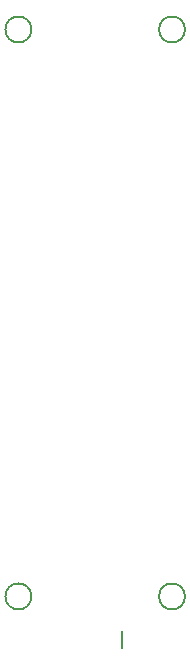
<source format=gbr>
G04 #@! TF.GenerationSoftware,KiCad,Pcbnew,(6.0.7)*
G04 #@! TF.CreationDate,2022-09-22T23:06:15+05:30*
G04 #@! TF.ProjectId,Mitayi-Pico-RP2040,4d697461-7969-42d5-9069-636f2d525032,0.4*
G04 #@! TF.SameCoordinates,PX825e060PY6d4a840*
G04 #@! TF.FileFunction,Other,Comment*
%FSLAX46Y46*%
G04 Gerber Fmt 4.6, Leading zero omitted, Abs format (unit mm)*
G04 Created by KiCad (PCBNEW (6.0.7)) date 2022-09-22 23:06:15*
%MOMM*%
%LPD*%
G01*
G04 APERTURE LIST*
%ADD10C,0.150000*%
G04 APERTURE END LIST*
D10*
X12800000Y-1400000D02*
X12800000Y-2900000D01*
X18100000Y1490000D02*
G75*
G03*
X18100000Y1490000I-1100000J0D01*
G01*
X5100000Y1490000D02*
G75*
G03*
X5100000Y1490000I-1100000J0D01*
G01*
X18100000Y49490000D02*
G75*
G03*
X18100000Y49490000I-1100000J0D01*
G01*
X5100000Y49490000D02*
G75*
G03*
X5100000Y49490000I-1100000J0D01*
G01*
M02*

</source>
